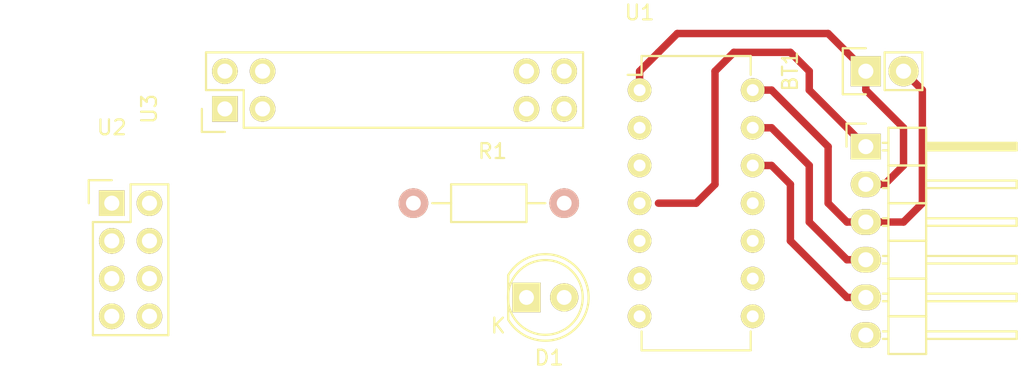
<source format=kicad_pcb>
(kicad_pcb (version 4) (host pcbnew 4.0.1-stable)

  (general
    (links 24)
    (no_connects 18)
    (area 142.180238 96.525 211.535001 121.879)
    (thickness 1.6)
    (drawings 0)
    (tracks 37)
    (zones 0)
    (modules 7)
    (nets 19)
  )

  (page A4)
  (layers
    (0 F.Cu signal)
    (31 B.Cu signal)
    (32 B.Adhes user)
    (33 F.Adhes user)
    (34 B.Paste user)
    (35 F.Paste user)
    (36 B.SilkS user)
    (37 F.SilkS user)
    (38 B.Mask user)
    (39 F.Mask user)
    (40 Dwgs.User user)
    (41 Cmts.User user)
    (42 Eco1.User user)
    (43 Eco2.User user)
    (44 Edge.Cuts user)
    (45 Margin user)
    (46 B.CrtYd user)
    (47 F.CrtYd user)
    (48 B.Fab user)
    (49 F.Fab user)
  )

  (setup
    (last_trace_width 0.5)
    (trace_clearance 0.2)
    (zone_clearance 0.508)
    (zone_45_only no)
    (trace_min 0.2)
    (segment_width 0.2)
    (edge_width 0.15)
    (via_size 0.7)
    (via_drill 0.4)
    (via_min_size 0.4)
    (via_min_drill 0.3)
    (uvia_size 0.3)
    (uvia_drill 0.1)
    (uvias_allowed no)
    (uvia_min_size 0.2)
    (uvia_min_drill 0.1)
    (pcb_text_width 0.3)
    (pcb_text_size 1.5 1.5)
    (mod_edge_width 0.15)
    (mod_text_size 1 1)
    (mod_text_width 0.15)
    (pad_size 1.524 1.524)
    (pad_drill 0.762)
    (pad_to_mask_clearance 0.2)
    (aux_axis_origin 0 0)
    (visible_elements 7FFFFFFF)
    (pcbplotparams
      (layerselection 0x00030_80000001)
      (usegerberextensions false)
      (excludeedgelayer true)
      (linewidth 0.100000)
      (plotframeref false)
      (viasonmask false)
      (mode 1)
      (useauxorigin false)
      (hpglpennumber 1)
      (hpglpenspeed 20)
      (hpglpendiameter 15)
      (hpglpenoverlay 2)
      (psnegative false)
      (psa4output false)
      (plotreference true)
      (plotvalue true)
      (plotinvisibletext false)
      (padsonsilk false)
      (subtractmaskfromsilk false)
      (outputformat 1)
      (mirror false)
      (drillshape 1)
      (scaleselection 1)
      (outputdirectory ""))
  )

  (net 0 "")
  (net 1 +BATT)
  (net 2 GND)
  (net 3 "Net-(D1-Pad2)")
  (net 4 "Net-(R1-Pad1)")
  (net 5 "Net-(U1-Pad2)")
  (net 6 "Net-(U1-Pad3)")
  (net 7 "Net-(U1-Pad4)")
  (net 8 "Net-(U1-Pad5)")
  (net 9 "Net-(U1-Pad7)")
  (net 10 "Net-(U1-Pad8)")
  (net 11 "Net-(U1-Pad9)")
  (net 12 "Net-(U1-Pad10)")
  (net 13 "Net-(U1-Pad11)")
  (net 14 "Net-(U1-Pad12)")
  (net 15 "Net-(U1-Pad13)")
  (net 16 "Net-(U2-Pad8)")
  (net 17 "Net-(U3-Pad1)")
  (net 18 "Net-(U4-Pad6)")

  (net_class Default "This is the default net class."
    (clearance 0.2)
    (trace_width 0.5)
    (via_dia 0.7)
    (via_drill 0.4)
    (uvia_dia 0.3)
    (uvia_drill 0.1)
    (add_net +BATT)
    (add_net GND)
    (add_net "Net-(D1-Pad2)")
    (add_net "Net-(R1-Pad1)")
    (add_net "Net-(U1-Pad10)")
    (add_net "Net-(U1-Pad11)")
    (add_net "Net-(U1-Pad12)")
    (add_net "Net-(U1-Pad13)")
    (add_net "Net-(U1-Pad2)")
    (add_net "Net-(U1-Pad3)")
    (add_net "Net-(U1-Pad4)")
    (add_net "Net-(U1-Pad5)")
    (add_net "Net-(U1-Pad7)")
    (add_net "Net-(U1-Pad8)")
    (add_net "Net-(U1-Pad9)")
    (add_net "Net-(U2-Pad8)")
    (add_net "Net-(U3-Pad1)")
    (add_net "Net-(U4-Pad6)")
  )

  (module Pin_Headers:Pin_Header_Straight_1x02 (layer F.Cu) (tedit 54EA090C) (tstamp 566FF454)
    (at 200.66 101.6 90)
    (descr "Through hole pin header")
    (tags "pin header")
    (path /566FF00D)
    (fp_text reference BT1 (at 0 -5.1 90) (layer F.SilkS)
      (effects (font (size 1 1) (thickness 0.15)))
    )
    (fp_text value 2x1.2v (at 0 -3.1 90) (layer F.Fab)
      (effects (font (size 1 1) (thickness 0.15)))
    )
    (fp_line (start 1.27 1.27) (end 1.27 3.81) (layer F.SilkS) (width 0.15))
    (fp_line (start 1.55 -1.55) (end 1.55 0) (layer F.SilkS) (width 0.15))
    (fp_line (start -1.75 -1.75) (end -1.75 4.3) (layer F.CrtYd) (width 0.05))
    (fp_line (start 1.75 -1.75) (end 1.75 4.3) (layer F.CrtYd) (width 0.05))
    (fp_line (start -1.75 -1.75) (end 1.75 -1.75) (layer F.CrtYd) (width 0.05))
    (fp_line (start -1.75 4.3) (end 1.75 4.3) (layer F.CrtYd) (width 0.05))
    (fp_line (start 1.27 1.27) (end -1.27 1.27) (layer F.SilkS) (width 0.15))
    (fp_line (start -1.55 0) (end -1.55 -1.55) (layer F.SilkS) (width 0.15))
    (fp_line (start -1.55 -1.55) (end 1.55 -1.55) (layer F.SilkS) (width 0.15))
    (fp_line (start -1.27 1.27) (end -1.27 3.81) (layer F.SilkS) (width 0.15))
    (fp_line (start -1.27 3.81) (end 1.27 3.81) (layer F.SilkS) (width 0.15))
    (pad 1 thru_hole rect (at 0 0 90) (size 2.032 2.032) (drill 1.016) (layers *.Cu *.Mask F.SilkS)
      (net 1 +BATT))
    (pad 2 thru_hole oval (at 0 2.54 90) (size 2.032 2.032) (drill 1.016) (layers *.Cu *.Mask F.SilkS)
      (net 2 GND))
    (model Pin_Headers.3dshapes/Pin_Header_Straight_1x02.wrl
      (at (xyz 0 -0.05 0))
      (scale (xyz 1 1 1))
      (rotate (xyz 0 0 90))
    )
  )

  (module LEDs:LED-5MM (layer F.Cu) (tedit 5570F7EA) (tstamp 566FF460)
    (at 177.8 116.84)
    (descr "LED 5mm round vertical")
    (tags "LED 5mm round vertical")
    (path /566FDDC5)
    (fp_text reference D1 (at 1.524 4.064) (layer F.SilkS)
      (effects (font (size 1 1) (thickness 0.15)))
    )
    (fp_text value LED (at 1.524 -3.937) (layer F.Fab)
      (effects (font (size 1 1) (thickness 0.15)))
    )
    (fp_line (start -1.5 -1.55) (end -1.5 1.55) (layer F.CrtYd) (width 0.05))
    (fp_arc (start 1.3 0) (end -1.5 1.55) (angle -302) (layer F.CrtYd) (width 0.05))
    (fp_arc (start 1.27 0) (end -1.23 -1.5) (angle 297.5) (layer F.SilkS) (width 0.15))
    (fp_line (start -1.23 1.5) (end -1.23 -1.5) (layer F.SilkS) (width 0.15))
    (fp_circle (center 1.27 0) (end 0.97 -2.5) (layer F.SilkS) (width 0.15))
    (fp_text user K (at -1.905 1.905) (layer F.SilkS)
      (effects (font (size 1 1) (thickness 0.15)))
    )
    (pad 1 thru_hole rect (at 0 0 90) (size 2 1.9) (drill 1.00076) (layers *.Cu *.Mask F.SilkS)
      (net 2 GND))
    (pad 2 thru_hole circle (at 2.54 0) (size 1.9 1.9) (drill 1.00076) (layers *.Cu *.Mask F.SilkS)
      (net 3 "Net-(D1-Pad2)"))
    (model LEDs.3dshapes/LED-5MM.wrl
      (at (xyz 0.05 0 0))
      (scale (xyz 1 1 1))
      (rotate (xyz 0 0 90))
    )
  )

  (module Resistors_ThroughHole:Resistor_Horizontal_RM10mm (layer F.Cu) (tedit 53F56209) (tstamp 566FF46C)
    (at 175.26 110.49)
    (descr "Resistor, Axial,  RM 10mm, 1/3W,")
    (tags "Resistor, Axial, RM 10mm, 1/3W,")
    (path /566FDDEF)
    (fp_text reference R1 (at 0.24892 -3.50012) (layer F.SilkS)
      (effects (font (size 1 1) (thickness 0.15)))
    )
    (fp_text value 390 (at 3.81 3.81) (layer F.Fab)
      (effects (font (size 1 1) (thickness 0.15)))
    )
    (fp_line (start -2.54 -1.27) (end 2.54 -1.27) (layer F.SilkS) (width 0.15))
    (fp_line (start 2.54 -1.27) (end 2.54 1.27) (layer F.SilkS) (width 0.15))
    (fp_line (start 2.54 1.27) (end -2.54 1.27) (layer F.SilkS) (width 0.15))
    (fp_line (start -2.54 1.27) (end -2.54 -1.27) (layer F.SilkS) (width 0.15))
    (fp_line (start -2.54 0) (end -3.81 0) (layer F.SilkS) (width 0.15))
    (fp_line (start 2.54 0) (end 3.81 0) (layer F.SilkS) (width 0.15))
    (pad 1 thru_hole circle (at -5.08 0) (size 1.99898 1.99898) (drill 1.00076) (layers *.Cu *.SilkS *.Mask)
      (net 4 "Net-(R1-Pad1)"))
    (pad 2 thru_hole circle (at 5.08 0) (size 1.99898 1.99898) (drill 1.00076) (layers *.Cu *.SilkS *.Mask)
      (net 3 "Net-(D1-Pad2)"))
    (model Resistors_ThroughHole.3dshapes/Resistor_Horizontal_RM10mm.wrl
      (at (xyz 0 0 0))
      (scale (xyz 0.4 0.4 0.4))
      (rotate (xyz 0 0 0))
    )
  )

  (module Housings_DIP:DIP-14_W7.62mm (layer F.Cu) (tedit 54130A77) (tstamp 566FF489)
    (at 185.42 102.87)
    (descr "14-lead dip package, row spacing 7.62 mm (300 mils)")
    (tags "dil dip 2.54 300")
    (path /566FC1E9)
    (fp_text reference U1 (at 0 -5.22) (layer F.SilkS)
      (effects (font (size 1 1) (thickness 0.15)))
    )
    (fp_text value PIC16F1825 (at 0 -3.72) (layer F.Fab)
      (effects (font (size 1 1) (thickness 0.15)))
    )
    (fp_line (start -1.05 -2.45) (end -1.05 17.7) (layer F.CrtYd) (width 0.05))
    (fp_line (start 8.65 -2.45) (end 8.65 17.7) (layer F.CrtYd) (width 0.05))
    (fp_line (start -1.05 -2.45) (end 8.65 -2.45) (layer F.CrtYd) (width 0.05))
    (fp_line (start -1.05 17.7) (end 8.65 17.7) (layer F.CrtYd) (width 0.05))
    (fp_line (start 0.135 -2.295) (end 0.135 -1.025) (layer F.SilkS) (width 0.15))
    (fp_line (start 7.485 -2.295) (end 7.485 -1.025) (layer F.SilkS) (width 0.15))
    (fp_line (start 7.485 17.535) (end 7.485 16.265) (layer F.SilkS) (width 0.15))
    (fp_line (start 0.135 17.535) (end 0.135 16.265) (layer F.SilkS) (width 0.15))
    (fp_line (start 0.135 -2.295) (end 7.485 -2.295) (layer F.SilkS) (width 0.15))
    (fp_line (start 0.135 17.535) (end 7.485 17.535) (layer F.SilkS) (width 0.15))
    (fp_line (start 0.135 -1.025) (end -0.8 -1.025) (layer F.SilkS) (width 0.15))
    (pad 1 thru_hole oval (at 0 0) (size 1.6 1.6) (drill 0.8) (layers *.Cu *.Mask F.SilkS)
      (net 1 +BATT))
    (pad 2 thru_hole oval (at 0 2.54) (size 1.6 1.6) (drill 0.8) (layers *.Cu *.Mask F.SilkS)
      (net 5 "Net-(U1-Pad2)"))
    (pad 3 thru_hole oval (at 0 5.08) (size 1.6 1.6) (drill 0.8) (layers *.Cu *.Mask F.SilkS)
      (net 6 "Net-(U1-Pad3)"))
    (pad 4 thru_hole oval (at 0 7.62) (size 1.6 1.6) (drill 0.8) (layers *.Cu *.Mask F.SilkS)
      (net 7 "Net-(U1-Pad4)"))
    (pad 5 thru_hole oval (at 0 10.16) (size 1.6 1.6) (drill 0.8) (layers *.Cu *.Mask F.SilkS)
      (net 8 "Net-(U1-Pad5)"))
    (pad 6 thru_hole oval (at 0 12.7) (size 1.6 1.6) (drill 0.8) (layers *.Cu *.Mask F.SilkS)
      (net 4 "Net-(R1-Pad1)"))
    (pad 7 thru_hole oval (at 0 15.24) (size 1.6 1.6) (drill 0.8) (layers *.Cu *.Mask F.SilkS)
      (net 9 "Net-(U1-Pad7)"))
    (pad 8 thru_hole oval (at 7.62 15.24) (size 1.6 1.6) (drill 0.8) (layers *.Cu *.Mask F.SilkS)
      (net 10 "Net-(U1-Pad8)"))
    (pad 9 thru_hole oval (at 7.62 12.7) (size 1.6 1.6) (drill 0.8) (layers *.Cu *.Mask F.SilkS)
      (net 11 "Net-(U1-Pad9)"))
    (pad 10 thru_hole oval (at 7.62 10.16) (size 1.6 1.6) (drill 0.8) (layers *.Cu *.Mask F.SilkS)
      (net 12 "Net-(U1-Pad10)"))
    (pad 11 thru_hole oval (at 7.62 7.62) (size 1.6 1.6) (drill 0.8) (layers *.Cu *.Mask F.SilkS)
      (net 13 "Net-(U1-Pad11)"))
    (pad 12 thru_hole oval (at 7.62 5.08) (size 1.6 1.6) (drill 0.8) (layers *.Cu *.Mask F.SilkS)
      (net 14 "Net-(U1-Pad12)"))
    (pad 13 thru_hole oval (at 7.62 2.54) (size 1.6 1.6) (drill 0.8) (layers *.Cu *.Mask F.SilkS)
      (net 15 "Net-(U1-Pad13)"))
    (pad 14 thru_hole oval (at 7.62 0) (size 1.6 1.6) (drill 0.8) (layers *.Cu *.Mask F.SilkS)
      (net 2 GND))
    (model Housings_DIP.3dshapes/DIP-14_W7.62mm.wrl
      (at (xyz 0 0 0))
      (scale (xyz 1 1 1))
      (rotate (xyz 0 0 0))
    )
  )

  (module Pin_Headers:Pin_Header_Straight_2x04 (layer F.Cu) (tedit 0) (tstamp 566FF4A1)
    (at 149.86 110.49)
    (descr "Through hole pin header")
    (tags "pin header")
    (path /566FCBE9)
    (fp_text reference U2 (at 0 -5.1) (layer F.SilkS)
      (effects (font (size 1 1) (thickness 0.15)))
    )
    (fp_text value nRF24L10+_module (at 0 -3.1) (layer F.Fab)
      (effects (font (size 1 1) (thickness 0.15)))
    )
    (fp_line (start -1.75 -1.75) (end -1.75 9.4) (layer F.CrtYd) (width 0.05))
    (fp_line (start 4.3 -1.75) (end 4.3 9.4) (layer F.CrtYd) (width 0.05))
    (fp_line (start -1.75 -1.75) (end 4.3 -1.75) (layer F.CrtYd) (width 0.05))
    (fp_line (start -1.75 9.4) (end 4.3 9.4) (layer F.CrtYd) (width 0.05))
    (fp_line (start -1.27 1.27) (end -1.27 8.89) (layer F.SilkS) (width 0.15))
    (fp_line (start -1.27 8.89) (end 3.81 8.89) (layer F.SilkS) (width 0.15))
    (fp_line (start 3.81 8.89) (end 3.81 -1.27) (layer F.SilkS) (width 0.15))
    (fp_line (start 3.81 -1.27) (end 1.27 -1.27) (layer F.SilkS) (width 0.15))
    (fp_line (start 0 -1.55) (end -1.55 -1.55) (layer F.SilkS) (width 0.15))
    (fp_line (start 1.27 -1.27) (end 1.27 1.27) (layer F.SilkS) (width 0.15))
    (fp_line (start 1.27 1.27) (end -1.27 1.27) (layer F.SilkS) (width 0.15))
    (fp_line (start -1.55 -1.55) (end -1.55 0) (layer F.SilkS) (width 0.15))
    (pad 1 thru_hole rect (at 0 0) (size 1.7272 1.7272) (drill 1.016) (layers *.Cu *.Mask F.SilkS)
      (net 2 GND))
    (pad 2 thru_hole oval (at 2.54 0) (size 1.7272 1.7272) (drill 1.016) (layers *.Cu *.Mask F.SilkS)
      (net 1 +BATT))
    (pad 3 thru_hole oval (at 0 2.54) (size 1.7272 1.7272) (drill 1.016) (layers *.Cu *.Mask F.SilkS)
      (net 10 "Net-(U1-Pad8)"))
    (pad 4 thru_hole oval (at 2.54 2.54) (size 1.7272 1.7272) (drill 1.016) (layers *.Cu *.Mask F.SilkS)
      (net 9 "Net-(U1-Pad7)"))
    (pad 5 thru_hole oval (at 0 5.08) (size 1.7272 1.7272) (drill 1.016) (layers *.Cu *.Mask F.SilkS)
      (net 12 "Net-(U1-Pad10)"))
    (pad 6 thru_hole oval (at 2.54 5.08) (size 1.7272 1.7272) (drill 1.016) (layers *.Cu *.Mask F.SilkS)
      (net 6 "Net-(U1-Pad3)"))
    (pad 7 thru_hole oval (at 0 7.62) (size 1.7272 1.7272) (drill 1.016) (layers *.Cu *.Mask F.SilkS)
      (net 11 "Net-(U1-Pad9)"))
    (pad 8 thru_hole oval (at 2.54 7.62) (size 1.7272 1.7272) (drill 1.016) (layers *.Cu *.Mask F.SilkS)
      (net 16 "Net-(U2-Pad8)"))
    (model Pin_Headers.3dshapes/Pin_Header_Straight_2x04.wrl
      (at (xyz 0.05 -0.15 0))
      (scale (xyz 1 1 1))
      (rotate (xyz 0 0 90))
    )
  )

  (module custom_footprints:Pin_Header_Straight_2x4_spaced (layer F.Cu) (tedit 566FF1E5) (tstamp 566FF4B9)
    (at 157.48 104.14 90)
    (descr "Through hole pin header")
    (tags "pin header")
    (path /566FD43F)
    (fp_text reference U3 (at 0 -5.1 90) (layer F.SilkS)
      (effects (font (size 1 1) (thickness 0.15)))
    )
    (fp_text value MAX31723 (at 0 -3.81 90) (layer F.Fab)
      (effects (font (size 1 1) (thickness 0.15)))
    )
    (fp_line (start -1.75 -1.75) (end -1.75 24.65) (layer F.CrtYd) (width 0.05))
    (fp_line (start 4.3 -1.75) (end 4.3 24.65) (layer F.CrtYd) (width 0.05))
    (fp_line (start -1.75 -1.75) (end 4.3 -1.75) (layer F.CrtYd) (width 0.05))
    (fp_line (start -1.75 24.65) (end 4.3 24.65) (layer F.CrtYd) (width 0.05))
    (fp_line (start 3.81 24.13) (end 3.81 -1.27) (layer F.SilkS) (width 0.15))
    (fp_line (start -1.27 1.27) (end -1.27 24.13) (layer F.SilkS) (width 0.15))
    (fp_line (start 3.81 24.13) (end -1.27 24.13) (layer F.SilkS) (width 0.15))
    (fp_line (start 3.81 -1.27) (end 1.27 -1.27) (layer F.SilkS) (width 0.15))
    (fp_line (start 0 -1.55) (end -1.55 -1.55) (layer F.SilkS) (width 0.15))
    (fp_line (start 1.27 -1.27) (end 1.27 1.27) (layer F.SilkS) (width 0.15))
    (fp_line (start 1.27 1.27) (end -1.27 1.27) (layer F.SilkS) (width 0.15))
    (fp_line (start -1.55 -1.55) (end -1.55 0) (layer F.SilkS) (width 0.15))
    (pad 1 thru_hole rect (at 0 0 90) (size 1.7272 1.7272) (drill 1.016) (layers *.Cu *.Mask F.SilkS)
      (net 17 "Net-(U3-Pad1)"))
    (pad 2 thru_hole oval (at 2.54 0 90) (size 1.7272 1.7272) (drill 1.016) (layers *.Cu *.Mask F.SilkS)
      (net 8 "Net-(U1-Pad5)"))
    (pad 3 thru_hole oval (at 0 2.54 90) (size 1.7272 1.7272) (drill 1.016) (layers *.Cu *.Mask F.SilkS)
      (net 12 "Net-(U1-Pad10)"))
    (pad 4 thru_hole oval (at 2.54 2.54 90) (size 1.7272 1.7272) (drill 1.016) (layers *.Cu *.Mask F.SilkS)
      (net 2 GND))
    (pad 5 thru_hole oval (at 0 20.32 90) (size 1.7272 1.7272) (drill 1.016) (layers *.Cu *.Mask F.SilkS)
      (net 11 "Net-(U1-Pad9)"))
    (pad 6 thru_hole oval (at 2.54 20.32 90) (size 1.7272 1.7272) (drill 1.016) (layers *.Cu *.Mask F.SilkS)
      (net 6 "Net-(U1-Pad3)"))
    (pad 7 thru_hole oval (at 0 22.86 90) (size 1.7272 1.7272) (drill 1.016) (layers *.Cu *.Mask F.SilkS)
      (net 1 +BATT))
    (pad 8 thru_hole oval (at 2.54 22.86 90) (size 1.7272 1.7272) (drill 1.016) (layers *.Cu *.Mask F.SilkS)
      (net 1 +BATT))
    (model Pin_Headers.3dshapes/Pin_Header_Straight_2x10.wrl
      (at (xyz 0.05 -0.45 0))
      (scale (xyz 1 1 1))
      (rotate (xyz 0 0 90))
    )
  )

  (module Pin_Headers:Pin_Header_Angled_1x06 (layer F.Cu) (tedit 0) (tstamp 566FF504)
    (at 200.66 106.68)
    (descr "Through hole pin header")
    (tags "pin header")
    (path /566FDB4C)
    (fp_text reference U4 (at 0 -5.1) (layer F.SilkS)
      (effects (font (size 1 1) (thickness 0.15)))
    )
    (fp_text value PICKIT3_ICSP (at 0 -3.1) (layer F.Fab)
      (effects (font (size 1 1) (thickness 0.15)))
    )
    (fp_line (start -1.5 -1.75) (end -1.5 14.45) (layer F.CrtYd) (width 0.05))
    (fp_line (start 10.65 -1.75) (end 10.65 14.45) (layer F.CrtYd) (width 0.05))
    (fp_line (start -1.5 -1.75) (end 10.65 -1.75) (layer F.CrtYd) (width 0.05))
    (fp_line (start -1.5 14.45) (end 10.65 14.45) (layer F.CrtYd) (width 0.05))
    (fp_line (start -1.3 -1.55) (end -1.3 0) (layer F.SilkS) (width 0.15))
    (fp_line (start 0 -1.55) (end -1.3 -1.55) (layer F.SilkS) (width 0.15))
    (fp_line (start 4.191 -0.127) (end 10.033 -0.127) (layer F.SilkS) (width 0.15))
    (fp_line (start 10.033 -0.127) (end 10.033 0.127) (layer F.SilkS) (width 0.15))
    (fp_line (start 10.033 0.127) (end 4.191 0.127) (layer F.SilkS) (width 0.15))
    (fp_line (start 4.191 0.127) (end 4.191 0) (layer F.SilkS) (width 0.15))
    (fp_line (start 4.191 0) (end 10.033 0) (layer F.SilkS) (width 0.15))
    (fp_line (start 1.524 -0.254) (end 1.143 -0.254) (layer F.SilkS) (width 0.15))
    (fp_line (start 1.524 0.254) (end 1.143 0.254) (layer F.SilkS) (width 0.15))
    (fp_line (start 1.524 2.286) (end 1.143 2.286) (layer F.SilkS) (width 0.15))
    (fp_line (start 1.524 2.794) (end 1.143 2.794) (layer F.SilkS) (width 0.15))
    (fp_line (start 1.524 4.826) (end 1.143 4.826) (layer F.SilkS) (width 0.15))
    (fp_line (start 1.524 5.334) (end 1.143 5.334) (layer F.SilkS) (width 0.15))
    (fp_line (start 1.524 12.954) (end 1.143 12.954) (layer F.SilkS) (width 0.15))
    (fp_line (start 1.524 12.446) (end 1.143 12.446) (layer F.SilkS) (width 0.15))
    (fp_line (start 1.524 10.414) (end 1.143 10.414) (layer F.SilkS) (width 0.15))
    (fp_line (start 1.524 9.906) (end 1.143 9.906) (layer F.SilkS) (width 0.15))
    (fp_line (start 1.524 7.874) (end 1.143 7.874) (layer F.SilkS) (width 0.15))
    (fp_line (start 1.524 7.366) (end 1.143 7.366) (layer F.SilkS) (width 0.15))
    (fp_line (start 1.524 -1.27) (end 4.064 -1.27) (layer F.SilkS) (width 0.15))
    (fp_line (start 1.524 1.27) (end 4.064 1.27) (layer F.SilkS) (width 0.15))
    (fp_line (start 1.524 1.27) (end 1.524 3.81) (layer F.SilkS) (width 0.15))
    (fp_line (start 1.524 3.81) (end 4.064 3.81) (layer F.SilkS) (width 0.15))
    (fp_line (start 4.064 2.286) (end 10.16 2.286) (layer F.SilkS) (width 0.15))
    (fp_line (start 10.16 2.286) (end 10.16 2.794) (layer F.SilkS) (width 0.15))
    (fp_line (start 10.16 2.794) (end 4.064 2.794) (layer F.SilkS) (width 0.15))
    (fp_line (start 4.064 3.81) (end 4.064 1.27) (layer F.SilkS) (width 0.15))
    (fp_line (start 4.064 1.27) (end 4.064 -1.27) (layer F.SilkS) (width 0.15))
    (fp_line (start 10.16 0.254) (end 4.064 0.254) (layer F.SilkS) (width 0.15))
    (fp_line (start 10.16 -0.254) (end 10.16 0.254) (layer F.SilkS) (width 0.15))
    (fp_line (start 4.064 -0.254) (end 10.16 -0.254) (layer F.SilkS) (width 0.15))
    (fp_line (start 1.524 1.27) (end 4.064 1.27) (layer F.SilkS) (width 0.15))
    (fp_line (start 1.524 -1.27) (end 1.524 1.27) (layer F.SilkS) (width 0.15))
    (fp_line (start 1.524 8.89) (end 4.064 8.89) (layer F.SilkS) (width 0.15))
    (fp_line (start 1.524 8.89) (end 1.524 11.43) (layer F.SilkS) (width 0.15))
    (fp_line (start 1.524 11.43) (end 4.064 11.43) (layer F.SilkS) (width 0.15))
    (fp_line (start 4.064 9.906) (end 10.16 9.906) (layer F.SilkS) (width 0.15))
    (fp_line (start 10.16 9.906) (end 10.16 10.414) (layer F.SilkS) (width 0.15))
    (fp_line (start 10.16 10.414) (end 4.064 10.414) (layer F.SilkS) (width 0.15))
    (fp_line (start 4.064 11.43) (end 4.064 8.89) (layer F.SilkS) (width 0.15))
    (fp_line (start 4.064 13.97) (end 4.064 11.43) (layer F.SilkS) (width 0.15))
    (fp_line (start 10.16 12.954) (end 4.064 12.954) (layer F.SilkS) (width 0.15))
    (fp_line (start 10.16 12.446) (end 10.16 12.954) (layer F.SilkS) (width 0.15))
    (fp_line (start 4.064 12.446) (end 10.16 12.446) (layer F.SilkS) (width 0.15))
    (fp_line (start 1.524 13.97) (end 4.064 13.97) (layer F.SilkS) (width 0.15))
    (fp_line (start 1.524 11.43) (end 1.524 13.97) (layer F.SilkS) (width 0.15))
    (fp_line (start 1.524 11.43) (end 4.064 11.43) (layer F.SilkS) (width 0.15))
    (fp_line (start 1.524 6.35) (end 4.064 6.35) (layer F.SilkS) (width 0.15))
    (fp_line (start 1.524 6.35) (end 1.524 8.89) (layer F.SilkS) (width 0.15))
    (fp_line (start 1.524 8.89) (end 4.064 8.89) (layer F.SilkS) (width 0.15))
    (fp_line (start 4.064 7.366) (end 10.16 7.366) (layer F.SilkS) (width 0.15))
    (fp_line (start 10.16 7.366) (end 10.16 7.874) (layer F.SilkS) (width 0.15))
    (fp_line (start 10.16 7.874) (end 4.064 7.874) (layer F.SilkS) (width 0.15))
    (fp_line (start 4.064 8.89) (end 4.064 6.35) (layer F.SilkS) (width 0.15))
    (fp_line (start 4.064 6.35) (end 4.064 3.81) (layer F.SilkS) (width 0.15))
    (fp_line (start 10.16 5.334) (end 4.064 5.334) (layer F.SilkS) (width 0.15))
    (fp_line (start 10.16 4.826) (end 10.16 5.334) (layer F.SilkS) (width 0.15))
    (fp_line (start 4.064 4.826) (end 10.16 4.826) (layer F.SilkS) (width 0.15))
    (fp_line (start 1.524 6.35) (end 4.064 6.35) (layer F.SilkS) (width 0.15))
    (fp_line (start 1.524 3.81) (end 1.524 6.35) (layer F.SilkS) (width 0.15))
    (fp_line (start 1.524 3.81) (end 4.064 3.81) (layer F.SilkS) (width 0.15))
    (pad 1 thru_hole rect (at 0 0) (size 2.032 1.7272) (drill 1.016) (layers *.Cu *.Mask F.SilkS)
      (net 7 "Net-(U1-Pad4)"))
    (pad 2 thru_hole oval (at 0 2.54) (size 2.032 1.7272) (drill 1.016) (layers *.Cu *.Mask F.SilkS)
      (net 1 +BATT))
    (pad 3 thru_hole oval (at 0 5.08) (size 2.032 1.7272) (drill 1.016) (layers *.Cu *.Mask F.SilkS)
      (net 2 GND))
    (pad 4 thru_hole oval (at 0 7.62) (size 2.032 1.7272) (drill 1.016) (layers *.Cu *.Mask F.SilkS)
      (net 15 "Net-(U1-Pad13)"))
    (pad 5 thru_hole oval (at 0 10.16) (size 2.032 1.7272) (drill 1.016) (layers *.Cu *.Mask F.SilkS)
      (net 14 "Net-(U1-Pad12)"))
    (pad 6 thru_hole oval (at 0 12.7) (size 2.032 1.7272) (drill 1.016) (layers *.Cu *.Mask F.SilkS)
      (net 18 "Net-(U4-Pad6)"))
    (model Pin_Headers.3dshapes/Pin_Header_Angled_1x06.wrl
      (at (xyz 0 -0.25 0))
      (scale (xyz 1 1 1))
      (rotate (xyz 0 0 90))
    )
  )

  (segment (start 185.42 102.87) (end 185.42 101.6) (width 0.5) (layer F.Cu) (net 1) (status 400000))
  (segment (start 198.12 99.06) (end 187.96 99.06) (width 0.5) (layer F.Cu) (net 1) (tstamp 566FF8B5))
  (segment (start 187.96 99.06) (end 186.69 100.33) (width 0.5) (layer F.Cu) (net 1) (tstamp 566FF8B7))
  (segment (start 198.12 99.06) (end 200.66 101.6) (width 0.5) (layer F.Cu) (net 1))
  (segment (start 185.42 101.6) (end 186.69 100.33) (width 0.5) (layer F.Cu) (net 1) (tstamp 566FF982))
  (segment (start 200.66 109.22) (end 201.93 109.22) (width 0.5) (layer F.Cu) (net 1))
  (segment (start 200.66 102.87) (end 200.66 101.6) (width 0.5) (layer F.Cu) (net 1) (tstamp 566FF88C))
  (segment (start 203.2 105.41) (end 200.66 102.87) (width 0.5) (layer F.Cu) (net 1) (tstamp 566FF887))
  (segment (start 203.2 107.95) (end 203.2 105.41) (width 0.5) (layer F.Cu) (net 1) (tstamp 566FF886))
  (segment (start 201.93 109.22) (end 203.2 107.95) (width 0.5) (layer F.Cu) (net 1) (tstamp 566FF885))
  (segment (start 193.04 102.87) (end 194.31 102.87) (width 0.5) (layer F.Cu) (net 2) (status 400000))
  (segment (start 199.39 111.76) (end 198.12 110.49) (width 0.5) (layer F.Cu) (net 2) (tstamp 566FF8F4))
  (segment (start 198.12 110.49) (end 198.12 106.68) (width 0.5) (layer F.Cu) (net 2) (tstamp 566FF8FA))
  (segment (start 198.12 106.68) (end 194.31 102.87) (width 0.5) (layer F.Cu) (net 2) (tstamp 566FF900))
  (segment (start 199.39 111.76) (end 200.66 111.76) (width 0.5) (layer F.Cu) (net 2))
  (segment (start 200.66 111.76) (end 203.2 111.76) (width 0.5) (layer F.Cu) (net 2))
  (segment (start 204.47 102.87) (end 203.2 101.6) (width 0.5) (layer F.Cu) (net 2) (tstamp 566FF880))
  (segment (start 204.47 110.49) (end 204.47 102.87) (width 0.5) (layer F.Cu) (net 2) (tstamp 566FF87F))
  (segment (start 203.2 111.76) (end 204.47 110.49) (width 0.5) (layer F.Cu) (net 2) (tstamp 566FF87E))
  (segment (start 200.66 106.68) (end 196.85 102.87) (width 0.5) (layer F.Cu) (net 7))
  (segment (start 189.23 110.49) (end 186.69 110.49) (width 0.5) (layer F.Cu) (net 7) (tstamp 566FF84F))
  (segment (start 190.5 109.22) (end 189.23 110.49) (width 0.5) (layer F.Cu) (net 7) (tstamp 566FF84D))
  (segment (start 190.5 101.6) (end 190.5 109.22) (width 0.5) (layer F.Cu) (net 7) (tstamp 566FF84A))
  (segment (start 191.77 100.33) (end 190.5 101.6) (width 0.5) (layer F.Cu) (net 7) (tstamp 566FF848))
  (segment (start 195.58 100.33) (end 191.77 100.33) (width 0.5) (layer F.Cu) (net 7) (tstamp 566FF846))
  (segment (start 196.85 101.6) (end 195.58 100.33) (width 0.5) (layer F.Cu) (net 7) (tstamp 566FF844))
  (segment (start 196.85 102.87) (end 196.85 101.6) (width 0.5) (layer F.Cu) (net 7) (tstamp 566FF83E))
  (segment (start 200.66 116.84) (end 199.39 116.84) (width 0.5) (layer F.Cu) (net 14) (status 400000))
  (segment (start 194.31 107.95) (end 193.04 107.95) (width 0.5) (layer F.Cu) (net 14) (tstamp 566FF993) (status 800000))
  (segment (start 195.58 109.22) (end 194.31 107.95) (width 0.5) (layer F.Cu) (net 14) (tstamp 566FF992))
  (segment (start 195.58 113.03) (end 195.58 109.22) (width 0.5) (layer F.Cu) (net 14) (tstamp 566FF990))
  (segment (start 199.39 116.84) (end 195.58 113.03) (width 0.5) (layer F.Cu) (net 14) (tstamp 566FF98F))
  (segment (start 200.66 114.3) (end 199.39 114.3) (width 0.5) (layer F.Cu) (net 15) (status 400000))
  (segment (start 194.31 105.41) (end 193.04 105.41) (width 0.5) (layer F.Cu) (net 15) (tstamp 566FF98A) (status 800000))
  (segment (start 196.85 107.95) (end 194.31 105.41) (width 0.5) (layer F.Cu) (net 15) (tstamp 566FF988))
  (segment (start 196.85 111.76) (end 196.85 107.95) (width 0.5) (layer F.Cu) (net 15) (tstamp 566FF986))
  (segment (start 199.39 114.3) (end 196.85 111.76) (width 0.5) (layer F.Cu) (net 15) (tstamp 566FF985))

)

</source>
